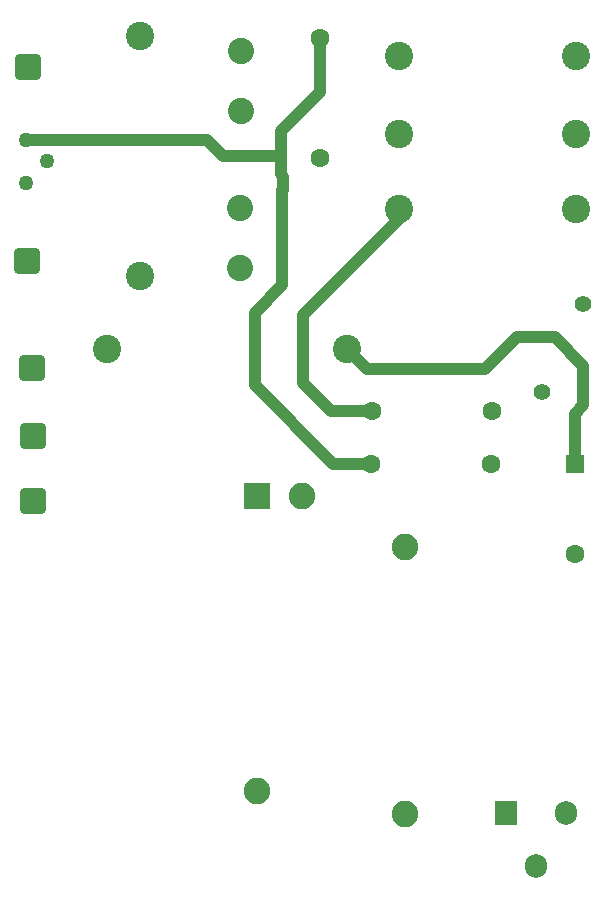
<source format=gbr>
%TF.GenerationSoftware,KiCad,Pcbnew,9.0.7*%
%TF.CreationDate,2026-02-02T12:57:01-08:00*%
%TF.ProjectId,foot-pedal-PCB,666f6f74-2d70-4656-9461-6c2d5043422e,rev?*%
%TF.SameCoordinates,Original*%
%TF.FileFunction,Copper,L4,Bot*%
%TF.FilePolarity,Positive*%
%FSLAX46Y46*%
G04 Gerber Fmt 4.6, Leading zero omitted, Abs format (unit mm)*
G04 Created by KiCad (PCBNEW 9.0.7) date 2026-02-02 12:57:01*
%MOMM*%
%LPD*%
G01*
G04 APERTURE LIST*
G04 Aperture macros list*
%AMRoundRect*
0 Rectangle with rounded corners*
0 $1 Rounding radius*
0 $2 $3 $4 $5 $6 $7 $8 $9 X,Y pos of 4 corners*
0 Add a 4 corners polygon primitive as box body*
4,1,4,$2,$3,$4,$5,$6,$7,$8,$9,$2,$3,0*
0 Add four circle primitives for the rounded corners*
1,1,$1+$1,$2,$3*
1,1,$1+$1,$4,$5*
1,1,$1+$1,$6,$7*
1,1,$1+$1,$8,$9*
0 Add four rect primitives between the rounded corners*
20,1,$1+$1,$2,$3,$4,$5,0*
20,1,$1+$1,$4,$5,$6,$7,0*
20,1,$1+$1,$6,$7,$8,$9,0*
20,1,$1+$1,$8,$9,$2,$3,0*%
G04 Aperture macros list end*
%TA.AperFunction,ComponentPad*%
%ADD10R,1.905000X2.000000*%
%TD*%
%TA.AperFunction,ComponentPad*%
%ADD11O,1.905000X2.000000*%
%TD*%
%TA.AperFunction,ComponentPad*%
%ADD12C,1.400000*%
%TD*%
%TA.AperFunction,ComponentPad*%
%ADD13C,1.600000*%
%TD*%
%TA.AperFunction,ComponentPad*%
%ADD14C,2.400000*%
%TD*%
%TA.AperFunction,ComponentPad*%
%ADD15RoundRect,0.250000X-0.825000X-0.825000X0.825000X-0.825000X0.825000X0.825000X-0.825000X0.825000X0*%
%TD*%
%TA.AperFunction,ComponentPad*%
%ADD16R,2.250000X2.250000*%
%TD*%
%TA.AperFunction,ComponentPad*%
%ADD17C,2.250000*%
%TD*%
%TA.AperFunction,ComponentPad*%
%ADD18C,1.270000*%
%TD*%
%TA.AperFunction,ComponentPad*%
%ADD19C,2.220000*%
%TD*%
%TA.AperFunction,ComponentPad*%
%ADD20RoundRect,0.250000X-0.550000X0.550000X-0.550000X-0.550000X0.550000X-0.550000X0.550000X0.550000X0*%
%TD*%
%TA.AperFunction,Conductor*%
%ADD21C,1.000000*%
%TD*%
G04 APERTURE END LIST*
D10*
%TO.P,Q1,1,A1*%
%TO.N,GND*%
X170810000Y-118480000D03*
D11*
%TO.P,Q1,2,A2*%
%TO.N,AC*%
X173360000Y-122930000D03*
%TO.P,Q1,3,G*%
%TO.N,Net-(D1-A)*%
X175890000Y-118480000D03*
%TD*%
D12*
%TO.P,RV3,2*%
%TO.N,GND*%
X177400000Y-75350000D03*
%TO.P,RV3,1*%
%TO.N,AC*%
X173900000Y-82850000D03*
%TD*%
D13*
%TO.P,R5,1*%
%TO.N,AC*%
X169530000Y-88900000D03*
%TO.P,R5,2*%
%TO.N,Net-(R2-Pad2)*%
X159370000Y-88900000D03*
%TD*%
%TO.P,R3,1*%
%TO.N,Net-(C1-Pad2)*%
X159470000Y-84450000D03*
%TO.P,R3,2*%
%TO.N,AC*%
X169630000Y-84450000D03*
%TD*%
D14*
%TO.P,R1,1*%
%TO.N,Net-(D1-K)*%
X157360000Y-79200000D03*
%TO.P,R1,2*%
%TO.N,Net-(C2-Pad2)*%
X137040000Y-79200000D03*
%TD*%
D15*
%TO.P,J4,1,Pin_1*%
%TO.N,AC*%
X130400000Y-55300000D03*
%TD*%
D16*
%TO.P,RV1,1,1*%
%TO.N,GNDD*%
X149800000Y-91600000D03*
D17*
%TO.P,RV1,2,2*%
%TO.N,Net-(J6-Pin_1)*%
X153550000Y-91600000D03*
%TO.P,RV1,3,3*%
%TO.N,+3.3V*%
X149800000Y-116600000D03*
%TD*%
D15*
%TO.P,J5,1,Pin_1*%
%TO.N,GNDD*%
X130700000Y-80750000D03*
%TD*%
D14*
%TO.P,C2,1*%
%TO.N,GND*%
X176800000Y-60950000D03*
%TO.P,C2,2*%
%TO.N,Net-(C2-Pad2)*%
X161800000Y-60950000D03*
%TD*%
D18*
%TO.P,RV2,1,1*%
%TO.N,Net-(R2-Pad2)*%
X130200000Y-61503949D03*
%TO.P,RV2,2,2*%
X131996051Y-63300000D03*
%TO.P,RV2,3,3*%
%TO.N,/Res_out*%
X130200000Y-65096051D03*
%TD*%
D17*
%TO.P,J8,1*%
%TO.N,AC*%
X162300000Y-118550000D03*
%TO.P,J8,2*%
%TO.N,Net-(J1-Pad1)*%
X162300000Y-95950000D03*
%TD*%
D19*
%TO.P,J1,1,1*%
%TO.N,Net-(J1-Pad1)*%
X148300000Y-72300000D03*
%TO.P,J1,2,2*%
X148300000Y-67220000D03*
%TD*%
D14*
%TO.P,R4,1*%
%TO.N,AC*%
X139850000Y-72960000D03*
%TO.P,R4,2*%
%TO.N,Net-(C3-Pad2)*%
X139850000Y-52640000D03*
%TD*%
%TO.P,C3,1*%
%TO.N,GND*%
X176800000Y-54350000D03*
%TO.P,C3,2*%
%TO.N,Net-(C3-Pad2)*%
X161800000Y-54350000D03*
%TD*%
D20*
%TO.P,D1,1,K*%
%TO.N,Net-(D1-K)*%
X176650000Y-88940000D03*
D13*
%TO.P,D1,2,A*%
%TO.N,Net-(D1-A)*%
X176650000Y-96560000D03*
%TD*%
D15*
%TO.P,J6,1,Pin_1*%
%TO.N,Net-(J6-Pin_1)*%
X130800000Y-86550000D03*
%TD*%
D14*
%TO.P,C1,1*%
%TO.N,GND*%
X176800000Y-67300000D03*
%TO.P,C1,2*%
%TO.N,Net-(C1-Pad2)*%
X161800000Y-67300000D03*
%TD*%
D13*
%TO.P,R2,1*%
%TO.N,Net-(C2-Pad2)*%
X155050000Y-63030000D03*
%TO.P,R2,2*%
%TO.N,Net-(R2-Pad2)*%
X155050000Y-52870000D03*
%TD*%
D19*
%TO.P,J2,1,1*%
%TO.N,GND*%
X148400000Y-59000000D03*
%TO.P,J2,2,2*%
X148400000Y-53920000D03*
%TD*%
D15*
%TO.P,J3,1,Pin_1*%
%TO.N,/Res_out*%
X130296051Y-71729301D03*
%TD*%
%TO.P,J7,1,Pin_1*%
%TO.N,+3.3V*%
X130800000Y-92070000D03*
%TD*%
D21*
%TO.N,Net-(D1-K)*%
X169050000Y-80900000D02*
X159060000Y-80900000D01*
X174950000Y-78200000D02*
X171750000Y-78200000D01*
X177350000Y-80600000D02*
X174950000Y-78200000D01*
X177350000Y-83950000D02*
X177350000Y-80600000D01*
X159060000Y-80900000D02*
X157360000Y-79200000D01*
X176650000Y-84650000D02*
X177350000Y-83950000D01*
X171750000Y-78200000D02*
X169050000Y-80900000D01*
X176650000Y-88940000D02*
X176650000Y-84650000D01*
%TO.N,Net-(C1-Pad2)*%
X161800000Y-68150781D02*
X161800000Y-67300000D01*
X153625391Y-76325390D02*
X161800000Y-68150781D01*
X153625391Y-82081337D02*
X153625391Y-76325390D01*
X155994054Y-84450000D02*
X153625391Y-82081337D01*
X159470000Y-84450000D02*
X155994054Y-84450000D01*
%TO.N,Net-(R2-Pad2)*%
X151749000Y-64397319D02*
X151749000Y-62850000D01*
X151950000Y-65685274D02*
X151950000Y-64598319D01*
X151911000Y-65724274D02*
X151950000Y-65685274D01*
X149550000Y-82250000D02*
X149550000Y-76156726D01*
X149550000Y-76156726D02*
X151911000Y-73795726D01*
X151911000Y-73795726D02*
X151911000Y-65724274D01*
X156200000Y-88900000D02*
X149550000Y-82250000D01*
X159370000Y-88900000D02*
X156200000Y-88900000D01*
X151950000Y-64598319D02*
X151749000Y-64397319D01*
X146850000Y-62850000D02*
X151749000Y-62850000D01*
X145503949Y-61503949D02*
X146850000Y-62850000D01*
X151749000Y-62850000D02*
X151749000Y-60757726D01*
X130200000Y-61503949D02*
X145503949Y-61503949D01*
X155050000Y-57456726D02*
X155050000Y-52870000D01*
X151749000Y-60757726D02*
X155050000Y-57456726D01*
%TD*%
M02*

</source>
